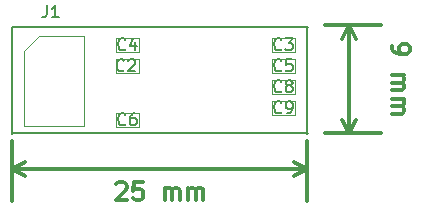
<source format=gbr>
G04 #@! TF.FileFunction,Other,Fab,Top*
%FSLAX46Y46*%
G04 Gerber Fmt 4.6, Leading zero omitted, Abs format (unit mm)*
G04 Created by KiCad (PCBNEW 4.0.7) date 03/28/18 16:17:30*
%MOMM*%
%LPD*%
G01*
G04 APERTURE LIST*
%ADD10C,0.100000*%
%ADD11C,0.200000*%
%ADD12C,0.300000*%
%ADD13C,0.150000*%
G04 APERTURE END LIST*
D10*
D11*
X188746000Y-63830200D02*
X163746000Y-63830200D01*
X163711000Y-63873000D02*
X163711000Y-72873000D01*
D12*
X195917429Y-65418057D02*
X195917429Y-65703772D01*
X195988857Y-65846629D01*
X196060286Y-65918057D01*
X196274571Y-66060915D01*
X196560286Y-66132343D01*
X197131714Y-66132343D01*
X197274571Y-66060915D01*
X197346000Y-65989486D01*
X197417429Y-65846629D01*
X197417429Y-65560915D01*
X197346000Y-65418057D01*
X197274571Y-65346629D01*
X197131714Y-65275200D01*
X196774571Y-65275200D01*
X196631714Y-65346629D01*
X196560286Y-65418057D01*
X196488857Y-65560915D01*
X196488857Y-65846629D01*
X196560286Y-65989486D01*
X196631714Y-66060915D01*
X196774571Y-66132343D01*
X195917429Y-67918057D02*
X196917429Y-67918057D01*
X196774571Y-67918057D02*
X196846000Y-67989485D01*
X196917429Y-68132343D01*
X196917429Y-68346628D01*
X196846000Y-68489485D01*
X196703143Y-68560914D01*
X195917429Y-68560914D01*
X196703143Y-68560914D02*
X196846000Y-68632343D01*
X196917429Y-68775200D01*
X196917429Y-68989485D01*
X196846000Y-69132343D01*
X196703143Y-69203771D01*
X195917429Y-69203771D01*
X195917429Y-69918057D02*
X196917429Y-69918057D01*
X196774571Y-69918057D02*
X196846000Y-69989485D01*
X196917429Y-70132343D01*
X196917429Y-70346628D01*
X196846000Y-70489485D01*
X196703143Y-70560914D01*
X195917429Y-70560914D01*
X196703143Y-70560914D02*
X196846000Y-70632343D01*
X196917429Y-70775200D01*
X196917429Y-70989485D01*
X196846000Y-71132343D01*
X196703143Y-71203771D01*
X195917429Y-71203771D01*
X192278000Y-63703200D02*
X192278000Y-72847200D01*
X190246000Y-63703200D02*
X194978000Y-63703200D01*
X190246000Y-72847200D02*
X194978000Y-72847200D01*
X192278000Y-72847200D02*
X191691579Y-71720696D01*
X192278000Y-72847200D02*
X192864421Y-71720696D01*
X192278000Y-63703200D02*
X191691579Y-64829704D01*
X192278000Y-63703200D02*
X192864421Y-64829704D01*
X172561715Y-77121629D02*
X172633144Y-77050200D01*
X172776001Y-76978771D01*
X173133144Y-76978771D01*
X173276001Y-77050200D01*
X173347430Y-77121629D01*
X173418858Y-77264486D01*
X173418858Y-77407343D01*
X173347430Y-77621629D01*
X172490287Y-78478771D01*
X173418858Y-78478771D01*
X174776001Y-76978771D02*
X174061715Y-76978771D01*
X173990286Y-77693057D01*
X174061715Y-77621629D01*
X174204572Y-77550200D01*
X174561715Y-77550200D01*
X174704572Y-77621629D01*
X174776001Y-77693057D01*
X174847429Y-77835914D01*
X174847429Y-78193057D01*
X174776001Y-78335914D01*
X174704572Y-78407343D01*
X174561715Y-78478771D01*
X174204572Y-78478771D01*
X174061715Y-78407343D01*
X173990286Y-78335914D01*
X176633143Y-78478771D02*
X176633143Y-77478771D01*
X176633143Y-77621629D02*
X176704571Y-77550200D01*
X176847429Y-77478771D01*
X177061714Y-77478771D01*
X177204571Y-77550200D01*
X177276000Y-77693057D01*
X177276000Y-78478771D01*
X177276000Y-77693057D02*
X177347429Y-77550200D01*
X177490286Y-77478771D01*
X177704571Y-77478771D01*
X177847429Y-77550200D01*
X177918857Y-77693057D01*
X177918857Y-78478771D01*
X178633143Y-78478771D02*
X178633143Y-77478771D01*
X178633143Y-77621629D02*
X178704571Y-77550200D01*
X178847429Y-77478771D01*
X179061714Y-77478771D01*
X179204571Y-77550200D01*
X179276000Y-77693057D01*
X179276000Y-78478771D01*
X179276000Y-77693057D02*
X179347429Y-77550200D01*
X179490286Y-77478771D01*
X179704571Y-77478771D01*
X179847429Y-77550200D01*
X179918857Y-77693057D01*
X179918857Y-78478771D01*
X163703000Y-75895200D02*
X188722000Y-75895200D01*
X163703000Y-73482200D02*
X163703000Y-78595200D01*
X188722000Y-73482200D02*
X188722000Y-78595200D01*
X188722000Y-75895200D02*
X187595496Y-76481621D01*
X188722000Y-75895200D02*
X187595496Y-75308779D01*
X163703000Y-75895200D02*
X164829504Y-76481621D01*
X163703000Y-75895200D02*
X164829504Y-75308779D01*
D11*
X188746000Y-72847200D02*
X163746000Y-72847200D01*
X188730000Y-63873000D02*
X188730000Y-72873000D01*
D10*
X174482000Y-64734200D02*
X174482000Y-65974200D01*
X172482000Y-64734200D02*
X174482000Y-64734200D01*
X172482000Y-65974200D02*
X172482000Y-64734200D01*
X174482000Y-65974200D02*
X172482000Y-65974200D01*
X174482000Y-66512200D02*
X174482000Y-67752200D01*
X172482000Y-66512200D02*
X174482000Y-66512200D01*
X172482000Y-67752200D02*
X172482000Y-66512200D01*
X174482000Y-67752200D02*
X172482000Y-67752200D01*
X185690000Y-65974200D02*
X185690000Y-64734200D01*
X187690000Y-65974200D02*
X185690000Y-65974200D01*
X187690000Y-64734200D02*
X187690000Y-65974200D01*
X185690000Y-64734200D02*
X187690000Y-64734200D01*
X185690000Y-67752200D02*
X185690000Y-66512200D01*
X187690000Y-67752200D02*
X185690000Y-67752200D01*
X187690000Y-66512200D02*
X187690000Y-67752200D01*
X185690000Y-66512200D02*
X187690000Y-66512200D01*
X172482000Y-72324200D02*
X172482000Y-71084200D01*
X174482000Y-72324200D02*
X172482000Y-72324200D01*
X174482000Y-71084200D02*
X174482000Y-72324200D01*
X172482000Y-71084200D02*
X174482000Y-71084200D01*
X187690000Y-68290200D02*
X187690000Y-69530200D01*
X185690000Y-68290200D02*
X187690000Y-68290200D01*
X185690000Y-69530200D02*
X185690000Y-68290200D01*
X187690000Y-69530200D02*
X185690000Y-69530200D01*
X187690000Y-70068200D02*
X187690000Y-71308200D01*
X185690000Y-70068200D02*
X187690000Y-70068200D01*
X185690000Y-71308200D02*
X185690000Y-70068200D01*
X187690000Y-71308200D02*
X185690000Y-71308200D01*
X165989000Y-64592200D02*
X169799000Y-64592200D01*
X169799000Y-64592200D02*
X169799000Y-72212200D01*
X169799000Y-72212200D02*
X164719000Y-72212200D01*
X164719000Y-72212200D02*
X164719000Y-65862200D01*
X164719000Y-65862200D02*
X165989000Y-64592200D01*
D13*
X173315334Y-65711343D02*
X173267715Y-65758962D01*
X173124858Y-65806581D01*
X173029620Y-65806581D01*
X172886762Y-65758962D01*
X172791524Y-65663724D01*
X172743905Y-65568486D01*
X172696286Y-65378010D01*
X172696286Y-65235152D01*
X172743905Y-65044676D01*
X172791524Y-64949438D01*
X172886762Y-64854200D01*
X173029620Y-64806581D01*
X173124858Y-64806581D01*
X173267715Y-64854200D01*
X173315334Y-64901819D01*
X174172477Y-65139914D02*
X174172477Y-65806581D01*
X173934381Y-64758962D02*
X173696286Y-65473248D01*
X174315334Y-65473248D01*
X173188334Y-67489343D02*
X173140715Y-67536962D01*
X172997858Y-67584581D01*
X172902620Y-67584581D01*
X172759762Y-67536962D01*
X172664524Y-67441724D01*
X172616905Y-67346486D01*
X172569286Y-67156010D01*
X172569286Y-67013152D01*
X172616905Y-66822676D01*
X172664524Y-66727438D01*
X172759762Y-66632200D01*
X172902620Y-66584581D01*
X172997858Y-66584581D01*
X173140715Y-66632200D01*
X173188334Y-66679819D01*
X173569286Y-66679819D02*
X173616905Y-66632200D01*
X173712143Y-66584581D01*
X173950239Y-66584581D01*
X174045477Y-66632200D01*
X174093096Y-66679819D01*
X174140715Y-66775057D01*
X174140715Y-66870295D01*
X174093096Y-67013152D01*
X173521667Y-67584581D01*
X174140715Y-67584581D01*
X186523334Y-65711343D02*
X186475715Y-65758962D01*
X186332858Y-65806581D01*
X186237620Y-65806581D01*
X186094762Y-65758962D01*
X185999524Y-65663724D01*
X185951905Y-65568486D01*
X185904286Y-65378010D01*
X185904286Y-65235152D01*
X185951905Y-65044676D01*
X185999524Y-64949438D01*
X186094762Y-64854200D01*
X186237620Y-64806581D01*
X186332858Y-64806581D01*
X186475715Y-64854200D01*
X186523334Y-64901819D01*
X186856667Y-64806581D02*
X187475715Y-64806581D01*
X187142381Y-65187533D01*
X187285239Y-65187533D01*
X187380477Y-65235152D01*
X187428096Y-65282771D01*
X187475715Y-65378010D01*
X187475715Y-65616105D01*
X187428096Y-65711343D01*
X187380477Y-65758962D01*
X187285239Y-65806581D01*
X186999524Y-65806581D01*
X186904286Y-65758962D01*
X186856667Y-65711343D01*
X186523334Y-67489343D02*
X186475715Y-67536962D01*
X186332858Y-67584581D01*
X186237620Y-67584581D01*
X186094762Y-67536962D01*
X185999524Y-67441724D01*
X185951905Y-67346486D01*
X185904286Y-67156010D01*
X185904286Y-67013152D01*
X185951905Y-66822676D01*
X185999524Y-66727438D01*
X186094762Y-66632200D01*
X186237620Y-66584581D01*
X186332858Y-66584581D01*
X186475715Y-66632200D01*
X186523334Y-66679819D01*
X187428096Y-66584581D02*
X186951905Y-66584581D01*
X186904286Y-67060771D01*
X186951905Y-67013152D01*
X187047143Y-66965533D01*
X187285239Y-66965533D01*
X187380477Y-67013152D01*
X187428096Y-67060771D01*
X187475715Y-67156010D01*
X187475715Y-67394105D01*
X187428096Y-67489343D01*
X187380477Y-67536962D01*
X187285239Y-67584581D01*
X187047143Y-67584581D01*
X186951905Y-67536962D01*
X186904286Y-67489343D01*
X173315334Y-72061343D02*
X173267715Y-72108962D01*
X173124858Y-72156581D01*
X173029620Y-72156581D01*
X172886762Y-72108962D01*
X172791524Y-72013724D01*
X172743905Y-71918486D01*
X172696286Y-71728010D01*
X172696286Y-71585152D01*
X172743905Y-71394676D01*
X172791524Y-71299438D01*
X172886762Y-71204200D01*
X173029620Y-71156581D01*
X173124858Y-71156581D01*
X173267715Y-71204200D01*
X173315334Y-71251819D01*
X174172477Y-71156581D02*
X173982000Y-71156581D01*
X173886762Y-71204200D01*
X173839143Y-71251819D01*
X173743905Y-71394676D01*
X173696286Y-71585152D01*
X173696286Y-71966105D01*
X173743905Y-72061343D01*
X173791524Y-72108962D01*
X173886762Y-72156581D01*
X174077239Y-72156581D01*
X174172477Y-72108962D01*
X174220096Y-72061343D01*
X174267715Y-71966105D01*
X174267715Y-71728010D01*
X174220096Y-71632771D01*
X174172477Y-71585152D01*
X174077239Y-71537533D01*
X173886762Y-71537533D01*
X173791524Y-71585152D01*
X173743905Y-71632771D01*
X173696286Y-71728010D01*
X186523334Y-69267343D02*
X186475715Y-69314962D01*
X186332858Y-69362581D01*
X186237620Y-69362581D01*
X186094762Y-69314962D01*
X185999524Y-69219724D01*
X185951905Y-69124486D01*
X185904286Y-68934010D01*
X185904286Y-68791152D01*
X185951905Y-68600676D01*
X185999524Y-68505438D01*
X186094762Y-68410200D01*
X186237620Y-68362581D01*
X186332858Y-68362581D01*
X186475715Y-68410200D01*
X186523334Y-68457819D01*
X187094762Y-68791152D02*
X186999524Y-68743533D01*
X186951905Y-68695914D01*
X186904286Y-68600676D01*
X186904286Y-68553057D01*
X186951905Y-68457819D01*
X186999524Y-68410200D01*
X187094762Y-68362581D01*
X187285239Y-68362581D01*
X187380477Y-68410200D01*
X187428096Y-68457819D01*
X187475715Y-68553057D01*
X187475715Y-68600676D01*
X187428096Y-68695914D01*
X187380477Y-68743533D01*
X187285239Y-68791152D01*
X187094762Y-68791152D01*
X186999524Y-68838771D01*
X186951905Y-68886390D01*
X186904286Y-68981629D01*
X186904286Y-69172105D01*
X186951905Y-69267343D01*
X186999524Y-69314962D01*
X187094762Y-69362581D01*
X187285239Y-69362581D01*
X187380477Y-69314962D01*
X187428096Y-69267343D01*
X187475715Y-69172105D01*
X187475715Y-68981629D01*
X187428096Y-68886390D01*
X187380477Y-68838771D01*
X187285239Y-68791152D01*
X186523334Y-71045343D02*
X186475715Y-71092962D01*
X186332858Y-71140581D01*
X186237620Y-71140581D01*
X186094762Y-71092962D01*
X185999524Y-70997724D01*
X185951905Y-70902486D01*
X185904286Y-70712010D01*
X185904286Y-70569152D01*
X185951905Y-70378676D01*
X185999524Y-70283438D01*
X186094762Y-70188200D01*
X186237620Y-70140581D01*
X186332858Y-70140581D01*
X186475715Y-70188200D01*
X186523334Y-70235819D01*
X186999524Y-71140581D02*
X187190000Y-71140581D01*
X187285239Y-71092962D01*
X187332858Y-71045343D01*
X187428096Y-70902486D01*
X187475715Y-70712010D01*
X187475715Y-70331057D01*
X187428096Y-70235819D01*
X187380477Y-70188200D01*
X187285239Y-70140581D01*
X187094762Y-70140581D01*
X186999524Y-70188200D01*
X186951905Y-70235819D01*
X186904286Y-70331057D01*
X186904286Y-70569152D01*
X186951905Y-70664390D01*
X186999524Y-70712010D01*
X187094762Y-70759629D01*
X187285239Y-70759629D01*
X187380477Y-70712010D01*
X187428096Y-70664390D01*
X187475715Y-70569152D01*
X166671667Y-62012581D02*
X166671667Y-62726867D01*
X166624047Y-62869724D01*
X166528809Y-62964962D01*
X166385952Y-63012581D01*
X166290714Y-63012581D01*
X167671667Y-63012581D02*
X167100238Y-63012581D01*
X167385952Y-63012581D02*
X167385952Y-62012581D01*
X167290714Y-62155438D01*
X167195476Y-62250676D01*
X167100238Y-62298295D01*
M02*

</source>
